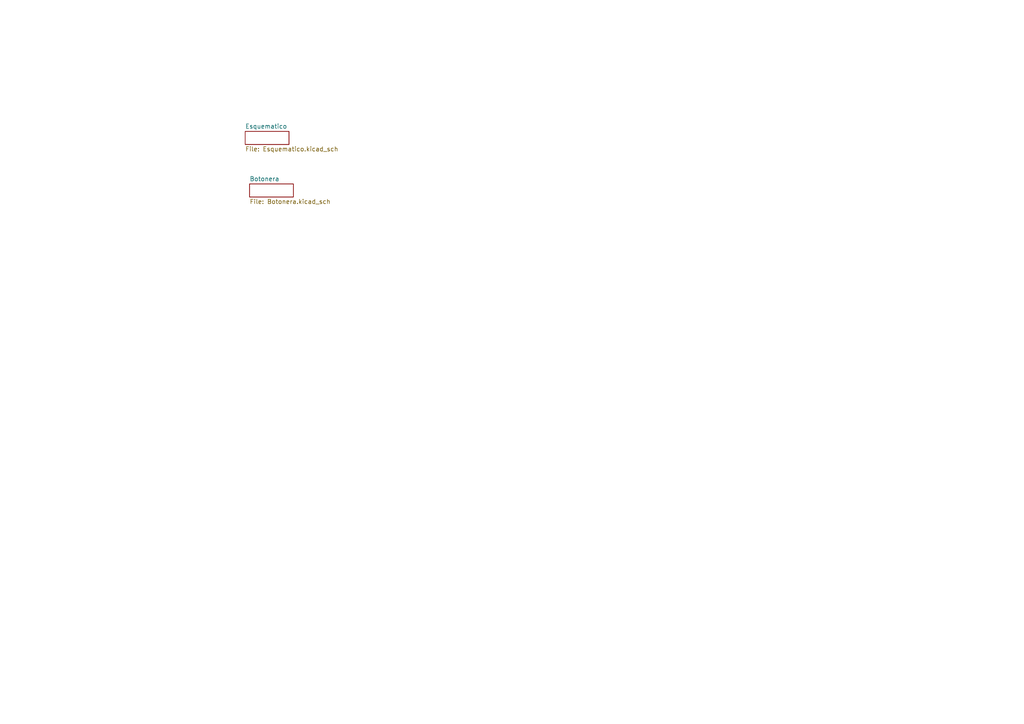
<source format=kicad_sch>
(kicad_sch
	(version 20250114)
	(generator "eeschema")
	(generator_version "9.0")
	(uuid "05b63f13-3001-4bf5-8ad8-a3b4b68d6141")
	(paper "A4")
	(lib_symbols)
	(sheet
		(at 71.12 38.1)
		(size 12.7 3.81)
		(exclude_from_sim no)
		(in_bom yes)
		(on_board yes)
		(dnp no)
		(fields_autoplaced yes)
		(stroke
			(width 0)
			(type solid)
		)
		(fill
			(color 0 0 0 0.0000)
		)
		(uuid "3a934341-baba-48ed-b897-b3e049174cd7")
		(property "Sheetname" "Esquematico"
			(at 71.12 37.3884 0)
			(effects
				(font
					(size 1.27 1.27)
				)
				(justify left bottom)
			)
		)
		(property "Sheetfile" "Esquematico.kicad_sch"
			(at 71.12 42.4946 0)
			(effects
				(font
					(size 1.27 1.27)
				)
				(justify left top)
			)
		)
		(instances
			(project "Kroner-Hub_4629e9e656224ac0b9a9b8b28edbb198"
				(path "/05b63f13-3001-4bf5-8ad8-a3b4b68d6141"
					(page "1")
				)
			)
		)
	)
	(sheet
		(at 72.39 53.34)
		(size 12.7 3.81)
		(exclude_from_sim no)
		(in_bom yes)
		(on_board yes)
		(dnp no)
		(fields_autoplaced yes)
		(stroke
			(width 0)
			(type solid)
		)
		(fill
			(color 0 0 0 0.0000)
		)
		(uuid "88ee4343-3e32-483e-89ff-10f738e9d63f")
		(property "Sheetname" "Botonera"
			(at 72.39 52.6284 0)
			(effects
				(font
					(size 1.27 1.27)
				)
				(justify left bottom)
			)
		)
		(property "Sheetfile" "Botonera.kicad_sch"
			(at 72.39 57.7346 0)
			(effects
				(font
					(size 1.27 1.27)
				)
				(justify left top)
			)
		)
		(instances
			(project "Kroner-Hub_4629e9e656224ac0b9a9b8b28edbb198"
				(path "/05b63f13-3001-4bf5-8ad8-a3b4b68d6141"
					(page "2")
				)
			)
		)
	)
)

</source>
